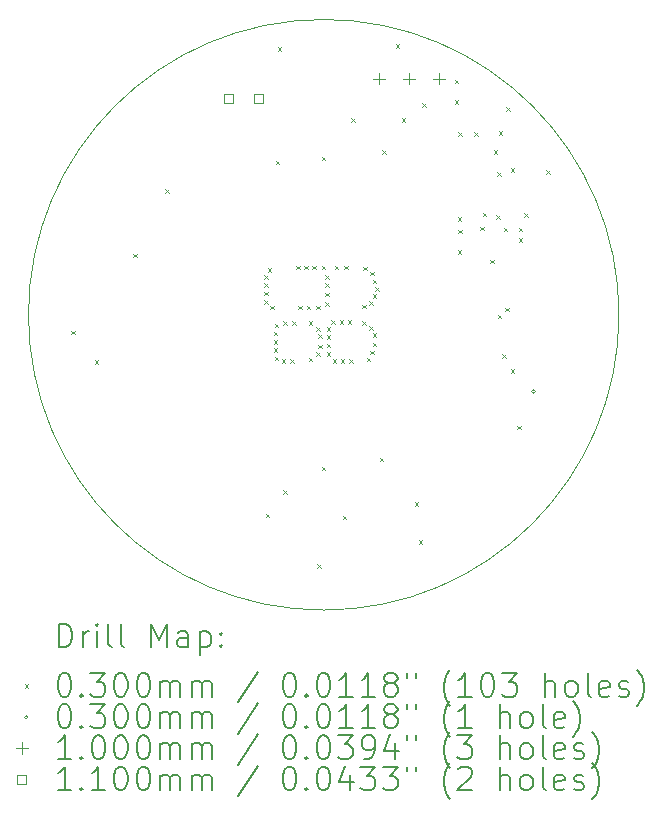
<source format=gbr>
%TF.GenerationSoftware,KiCad,Pcbnew,8.0.1*%
%TF.CreationDate,2025-09-11T03:38:36+04:00*%
%TF.ProjectId,Neopixel_project_v3.0,4e656f70-6978-4656-9c5f-70726f6a6563,v3.0*%
%TF.SameCoordinates,Original*%
%TF.FileFunction,Drillmap*%
%TF.FilePolarity,Positive*%
%FSLAX45Y45*%
G04 Gerber Fmt 4.5, Leading zero omitted, Abs format (unit mm)*
G04 Created by KiCad (PCBNEW 8.0.1) date 2025-09-11 03:38:36*
%MOMM*%
%LPD*%
G01*
G04 APERTURE LIST*
%ADD10C,0.050000*%
%ADD11C,0.200000*%
%ADD12C,0.100000*%
%ADD13C,0.110000*%
G04 APERTURE END LIST*
D10*
X12885000Y-6710000D02*
G75*
G02*
X7885000Y-6710000I-2500000J0D01*
G01*
X7885000Y-6710000D02*
G75*
G02*
X12885000Y-6710000I2500000J0D01*
G01*
D11*
D12*
X8245000Y-6845000D02*
X8275000Y-6875000D01*
X8275000Y-6845000D02*
X8245000Y-6875000D01*
X8445000Y-7095000D02*
X8475000Y-7125000D01*
X8475000Y-7095000D02*
X8445000Y-7125000D01*
X8770000Y-6195000D02*
X8800000Y-6225000D01*
X8800000Y-6195000D02*
X8770000Y-6225000D01*
X9045000Y-5645000D02*
X9075000Y-5675000D01*
X9075000Y-5645000D02*
X9045000Y-5675000D01*
X9880000Y-6375000D02*
X9910000Y-6405000D01*
X9910000Y-6375000D02*
X9880000Y-6405000D01*
X9880000Y-6445000D02*
X9910000Y-6475000D01*
X9910000Y-6445000D02*
X9880000Y-6475000D01*
X9880000Y-6515000D02*
X9910000Y-6545000D01*
X9910000Y-6515000D02*
X9880000Y-6545000D01*
X9880000Y-6585000D02*
X9910000Y-6615000D01*
X9910000Y-6585000D02*
X9880000Y-6615000D01*
X9895000Y-8395000D02*
X9925000Y-8425000D01*
X9925000Y-8395000D02*
X9895000Y-8425000D01*
X9910000Y-6315000D02*
X9940000Y-6345000D01*
X9940000Y-6315000D02*
X9910000Y-6345000D01*
X9930000Y-6635000D02*
X9960000Y-6665000D01*
X9960000Y-6635000D02*
X9930000Y-6665000D01*
X9960000Y-6855000D02*
X9990000Y-6885000D01*
X9990000Y-6855000D02*
X9960000Y-6885000D01*
X9960000Y-6925000D02*
X9990000Y-6955000D01*
X9990000Y-6925000D02*
X9960000Y-6955000D01*
X9960000Y-6995000D02*
X9990000Y-7025000D01*
X9990000Y-6995000D02*
X9960000Y-7025000D01*
X9970000Y-6785000D02*
X10000000Y-6815000D01*
X10000000Y-6785000D02*
X9970000Y-6815000D01*
X9970000Y-7065000D02*
X10000000Y-7095000D01*
X10000000Y-7065000D02*
X9970000Y-7095000D01*
X9980000Y-5405000D02*
X10010000Y-5435000D01*
X10010000Y-5405000D02*
X9980000Y-5435000D01*
X9995000Y-4445000D02*
X10025000Y-4475000D01*
X10025000Y-4445000D02*
X9995000Y-4475000D01*
X10030000Y-7085000D02*
X10060000Y-7115000D01*
X10060000Y-7085000D02*
X10030000Y-7115000D01*
X10040000Y-6765000D02*
X10070000Y-6795000D01*
X10070000Y-6765000D02*
X10040000Y-6795000D01*
X10040000Y-8195000D02*
X10070000Y-8225000D01*
X10070000Y-8195000D02*
X10040000Y-8225000D01*
X10100000Y-7085000D02*
X10130000Y-7115000D01*
X10130000Y-7085000D02*
X10100000Y-7115000D01*
X10120000Y-6765000D02*
X10150000Y-6795000D01*
X10150000Y-6765000D02*
X10120000Y-6795000D01*
X10150000Y-6295000D02*
X10180000Y-6325000D01*
X10180000Y-6295000D02*
X10150000Y-6325000D01*
X10170000Y-6635000D02*
X10200000Y-6665000D01*
X10200000Y-6635000D02*
X10170000Y-6665000D01*
X10220000Y-6295000D02*
X10250000Y-6325000D01*
X10250000Y-6295000D02*
X10220000Y-6325000D01*
X10240000Y-6635000D02*
X10270000Y-6665000D01*
X10270000Y-6635000D02*
X10240000Y-6665000D01*
X10260000Y-6765000D02*
X10290000Y-6795000D01*
X10290000Y-6765000D02*
X10260000Y-6795000D01*
X10260000Y-7075000D02*
X10290000Y-7105000D01*
X10290000Y-7075000D02*
X10260000Y-7105000D01*
X10290000Y-6295000D02*
X10320000Y-6325000D01*
X10320000Y-6295000D02*
X10290000Y-6325000D01*
X10320000Y-6635000D02*
X10350000Y-6665000D01*
X10350000Y-6635000D02*
X10320000Y-6665000D01*
X10320000Y-6815000D02*
X10350000Y-6845000D01*
X10350000Y-6815000D02*
X10320000Y-6845000D01*
X10320000Y-7025000D02*
X10350000Y-7055000D01*
X10350000Y-7025000D02*
X10320000Y-7055000D01*
X10330000Y-8820000D02*
X10360000Y-8850000D01*
X10360000Y-8820000D02*
X10330000Y-8850000D01*
X10340000Y-6875000D02*
X10370000Y-6905000D01*
X10370000Y-6875000D02*
X10340000Y-6905000D01*
X10340000Y-6965000D02*
X10370000Y-6995000D01*
X10370000Y-6965000D02*
X10340000Y-6995000D01*
X10370000Y-5370000D02*
X10400000Y-5400000D01*
X10400000Y-5370000D02*
X10370000Y-5400000D01*
X10370000Y-6295000D02*
X10400000Y-6325000D01*
X10400000Y-6295000D02*
X10370000Y-6325000D01*
X10370000Y-7995000D02*
X10400000Y-8025000D01*
X10400000Y-7995000D02*
X10370000Y-8025000D01*
X10400000Y-6375000D02*
X10430000Y-6405000D01*
X10430000Y-6375000D02*
X10400000Y-6405000D01*
X10400000Y-6445000D02*
X10430000Y-6475000D01*
X10430000Y-6445000D02*
X10400000Y-6475000D01*
X10400000Y-6525000D02*
X10430000Y-6555000D01*
X10430000Y-6525000D02*
X10400000Y-6555000D01*
X10400000Y-6605000D02*
X10430000Y-6635000D01*
X10430000Y-6605000D02*
X10400000Y-6635000D01*
X10410000Y-6815000D02*
X10440000Y-6845000D01*
X10440000Y-6815000D02*
X10410000Y-6845000D01*
X10410000Y-6885000D02*
X10440000Y-6915000D01*
X10440000Y-6885000D02*
X10410000Y-6915000D01*
X10410000Y-6955000D02*
X10440000Y-6985000D01*
X10440000Y-6955000D02*
X10410000Y-6985000D01*
X10410000Y-7025000D02*
X10440000Y-7055000D01*
X10440000Y-7025000D02*
X10410000Y-7055000D01*
X10450000Y-6755000D02*
X10480000Y-6785000D01*
X10480000Y-6755000D02*
X10450000Y-6785000D01*
X10460000Y-7085000D02*
X10490000Y-7115000D01*
X10490000Y-7085000D02*
X10460000Y-7115000D01*
X10480000Y-6295000D02*
X10510000Y-6325000D01*
X10510000Y-6295000D02*
X10480000Y-6325000D01*
X10520000Y-6755000D02*
X10550000Y-6785000D01*
X10550000Y-6755000D02*
X10520000Y-6785000D01*
X10530000Y-7085000D02*
X10560000Y-7115000D01*
X10560000Y-7085000D02*
X10530000Y-7115000D01*
X10545052Y-8413366D02*
X10575052Y-8443366D01*
X10575052Y-8413366D02*
X10545052Y-8443366D01*
X10560000Y-6295000D02*
X10590000Y-6325000D01*
X10590000Y-6295000D02*
X10560000Y-6325000D01*
X10590000Y-6755000D02*
X10620000Y-6785000D01*
X10620000Y-6755000D02*
X10590000Y-6785000D01*
X10600000Y-7085000D02*
X10630000Y-7115000D01*
X10630000Y-7085000D02*
X10600000Y-7115000D01*
X10620000Y-5045000D02*
X10650000Y-5075000D01*
X10650000Y-5045000D02*
X10620000Y-5075000D01*
X10710000Y-6625000D02*
X10740000Y-6655000D01*
X10740000Y-6625000D02*
X10710000Y-6655000D01*
X10710000Y-6765000D02*
X10740000Y-6795000D01*
X10740000Y-6765000D02*
X10710000Y-6795000D01*
X10720000Y-6305000D02*
X10750000Y-6335000D01*
X10750000Y-6305000D02*
X10720000Y-6335000D01*
X10750000Y-7075000D02*
X10780000Y-7105000D01*
X10780000Y-7075000D02*
X10750000Y-7105000D01*
X10770000Y-6595000D02*
X10800000Y-6625000D01*
X10800000Y-6595000D02*
X10770000Y-6625000D01*
X10770000Y-6805000D02*
X10800000Y-6835000D01*
X10800000Y-6805000D02*
X10770000Y-6835000D01*
X10780000Y-6345000D02*
X10810000Y-6375000D01*
X10810000Y-6345000D02*
X10780000Y-6375000D01*
X10780000Y-7015000D02*
X10810000Y-7045000D01*
X10810000Y-7015000D02*
X10780000Y-7045000D01*
X10800000Y-6415000D02*
X10830000Y-6445000D01*
X10830000Y-6415000D02*
X10800000Y-6445000D01*
X10800000Y-6535000D02*
X10830000Y-6565000D01*
X10830000Y-6535000D02*
X10800000Y-6565000D01*
X10800000Y-6865000D02*
X10830000Y-6895000D01*
X10830000Y-6865000D02*
X10800000Y-6895000D01*
X10800000Y-6945000D02*
X10830000Y-6975000D01*
X10830000Y-6945000D02*
X10800000Y-6975000D01*
X10820000Y-6475000D02*
X10850000Y-6505000D01*
X10850000Y-6475000D02*
X10820000Y-6505000D01*
X10859412Y-7921578D02*
X10889412Y-7951578D01*
X10889412Y-7921578D02*
X10859412Y-7951578D01*
X10880000Y-5315000D02*
X10910000Y-5345000D01*
X10910000Y-5315000D02*
X10880000Y-5345000D01*
X10995000Y-4420000D02*
X11025000Y-4450000D01*
X11025000Y-4420000D02*
X10995000Y-4450000D01*
X11045000Y-5045000D02*
X11075000Y-5075000D01*
X11075000Y-5045000D02*
X11045000Y-5075000D01*
X11156295Y-8297500D02*
X11186295Y-8327500D01*
X11186295Y-8297500D02*
X11156295Y-8327500D01*
X11190000Y-8620000D02*
X11220000Y-8650000D01*
X11220000Y-8620000D02*
X11190000Y-8650000D01*
X11220000Y-4920000D02*
X11250000Y-4950000D01*
X11250000Y-4920000D02*
X11220000Y-4950000D01*
X11495000Y-4720000D02*
X11525000Y-4750000D01*
X11525000Y-4720000D02*
X11495000Y-4750000D01*
X11495000Y-4895000D02*
X11525000Y-4925000D01*
X11525000Y-4895000D02*
X11495000Y-4925000D01*
X11520000Y-5885000D02*
X11550000Y-5915000D01*
X11550000Y-5885000D02*
X11520000Y-5915000D01*
X11520000Y-6165000D02*
X11550000Y-6195000D01*
X11550000Y-6165000D02*
X11520000Y-6195000D01*
X11522500Y-5990715D02*
X11552500Y-6020715D01*
X11552500Y-5990715D02*
X11522500Y-6020715D01*
X11524289Y-5164633D02*
X11554289Y-5194633D01*
X11554289Y-5164633D02*
X11524289Y-5194633D01*
X11660000Y-5164801D02*
X11690000Y-5194801D01*
X11690000Y-5164801D02*
X11660000Y-5194801D01*
X11709436Y-5965000D02*
X11739436Y-5995000D01*
X11739436Y-5965000D02*
X11709436Y-5995000D01*
X11730000Y-5845000D02*
X11760000Y-5875000D01*
X11760000Y-5845000D02*
X11730000Y-5875000D01*
X11795000Y-6245000D02*
X11825000Y-6275000D01*
X11825000Y-6245000D02*
X11795000Y-6275000D01*
X11825431Y-5318819D02*
X11855431Y-5348819D01*
X11855431Y-5318819D02*
X11825431Y-5348819D01*
X11845000Y-5865000D02*
X11875000Y-5895000D01*
X11875000Y-5865000D02*
X11845000Y-5895000D01*
X11855000Y-5505000D02*
X11885000Y-5535000D01*
X11885000Y-5505000D02*
X11855000Y-5535000D01*
X11858779Y-6709011D02*
X11888779Y-6739011D01*
X11888779Y-6709011D02*
X11858779Y-6739011D01*
X11865000Y-5155000D02*
X11895000Y-5185000D01*
X11895000Y-5155000D02*
X11865000Y-5185000D01*
X11895000Y-7045000D02*
X11925000Y-7075000D01*
X11925000Y-7045000D02*
X11895000Y-7075000D01*
X11910000Y-5972130D02*
X11940000Y-6002130D01*
X11940000Y-5972130D02*
X11910000Y-6002130D01*
X11920152Y-6650204D02*
X11950152Y-6680204D01*
X11950152Y-6650204D02*
X11920152Y-6680204D01*
X11930000Y-4955000D02*
X11960000Y-4985000D01*
X11960000Y-4955000D02*
X11930000Y-4985000D01*
X11970000Y-5470000D02*
X12000000Y-5500000D01*
X12000000Y-5470000D02*
X11970000Y-5500000D01*
X11970000Y-7170000D02*
X12000000Y-7200000D01*
X12000000Y-7170000D02*
X11970000Y-7200000D01*
X12025000Y-7650000D02*
X12055000Y-7680000D01*
X12055000Y-7650000D02*
X12025000Y-7680000D01*
X12035000Y-5973251D02*
X12065000Y-6003251D01*
X12065000Y-5973251D02*
X12035000Y-6003251D01*
X12035979Y-6060660D02*
X12065979Y-6090660D01*
X12065979Y-6060660D02*
X12035979Y-6090660D01*
X12083014Y-5852298D02*
X12113014Y-5882298D01*
X12113014Y-5852298D02*
X12083014Y-5882298D01*
X12270533Y-5485533D02*
X12300533Y-5515533D01*
X12300533Y-5485533D02*
X12270533Y-5515533D01*
X12175000Y-7360000D02*
G75*
G02*
X12145000Y-7360000I-15000J0D01*
G01*
X12145000Y-7360000D02*
G75*
G02*
X12175000Y-7360000I15000J0D01*
G01*
X10854500Y-4660000D02*
X10854500Y-4760000D01*
X10804500Y-4710000D02*
X10904500Y-4710000D01*
X11108500Y-4660000D02*
X11108500Y-4760000D01*
X11058500Y-4710000D02*
X11158500Y-4710000D01*
X11362500Y-4660000D02*
X11362500Y-4760000D01*
X11312500Y-4710000D02*
X11412500Y-4710000D01*
D13*
X9619891Y-4918891D02*
X9619891Y-4841109D01*
X9542109Y-4841109D01*
X9542109Y-4918891D01*
X9619891Y-4918891D01*
X9873891Y-4918891D02*
X9873891Y-4841109D01*
X9796109Y-4841109D01*
X9796109Y-4918891D01*
X9873891Y-4918891D01*
D11*
X8143277Y-9523984D02*
X8143277Y-9323984D01*
X8143277Y-9323984D02*
X8190896Y-9323984D01*
X8190896Y-9323984D02*
X8219467Y-9333508D01*
X8219467Y-9333508D02*
X8238515Y-9352555D01*
X8238515Y-9352555D02*
X8248039Y-9371603D01*
X8248039Y-9371603D02*
X8257562Y-9409698D01*
X8257562Y-9409698D02*
X8257562Y-9438270D01*
X8257562Y-9438270D02*
X8248039Y-9476365D01*
X8248039Y-9476365D02*
X8238515Y-9495412D01*
X8238515Y-9495412D02*
X8219467Y-9514460D01*
X8219467Y-9514460D02*
X8190896Y-9523984D01*
X8190896Y-9523984D02*
X8143277Y-9523984D01*
X8343277Y-9523984D02*
X8343277Y-9390650D01*
X8343277Y-9428746D02*
X8352801Y-9409698D01*
X8352801Y-9409698D02*
X8362324Y-9400174D01*
X8362324Y-9400174D02*
X8381372Y-9390650D01*
X8381372Y-9390650D02*
X8400420Y-9390650D01*
X8467086Y-9523984D02*
X8467086Y-9390650D01*
X8467086Y-9323984D02*
X8457563Y-9333508D01*
X8457563Y-9333508D02*
X8467086Y-9343031D01*
X8467086Y-9343031D02*
X8476610Y-9333508D01*
X8476610Y-9333508D02*
X8467086Y-9323984D01*
X8467086Y-9323984D02*
X8467086Y-9343031D01*
X8590896Y-9523984D02*
X8571848Y-9514460D01*
X8571848Y-9514460D02*
X8562324Y-9495412D01*
X8562324Y-9495412D02*
X8562324Y-9323984D01*
X8695658Y-9523984D02*
X8676610Y-9514460D01*
X8676610Y-9514460D02*
X8667086Y-9495412D01*
X8667086Y-9495412D02*
X8667086Y-9323984D01*
X8924229Y-9523984D02*
X8924229Y-9323984D01*
X8924229Y-9323984D02*
X8990896Y-9466841D01*
X8990896Y-9466841D02*
X9057563Y-9323984D01*
X9057563Y-9323984D02*
X9057563Y-9523984D01*
X9238515Y-9523984D02*
X9238515Y-9419222D01*
X9238515Y-9419222D02*
X9228991Y-9400174D01*
X9228991Y-9400174D02*
X9209944Y-9390650D01*
X9209944Y-9390650D02*
X9171848Y-9390650D01*
X9171848Y-9390650D02*
X9152801Y-9400174D01*
X9238515Y-9514460D02*
X9219467Y-9523984D01*
X9219467Y-9523984D02*
X9171848Y-9523984D01*
X9171848Y-9523984D02*
X9152801Y-9514460D01*
X9152801Y-9514460D02*
X9143277Y-9495412D01*
X9143277Y-9495412D02*
X9143277Y-9476365D01*
X9143277Y-9476365D02*
X9152801Y-9457317D01*
X9152801Y-9457317D02*
X9171848Y-9447793D01*
X9171848Y-9447793D02*
X9219467Y-9447793D01*
X9219467Y-9447793D02*
X9238515Y-9438270D01*
X9333753Y-9390650D02*
X9333753Y-9590650D01*
X9333753Y-9400174D02*
X9352801Y-9390650D01*
X9352801Y-9390650D02*
X9390896Y-9390650D01*
X9390896Y-9390650D02*
X9409944Y-9400174D01*
X9409944Y-9400174D02*
X9419467Y-9409698D01*
X9419467Y-9409698D02*
X9428991Y-9428746D01*
X9428991Y-9428746D02*
X9428991Y-9485889D01*
X9428991Y-9485889D02*
X9419467Y-9504936D01*
X9419467Y-9504936D02*
X9409944Y-9514460D01*
X9409944Y-9514460D02*
X9390896Y-9523984D01*
X9390896Y-9523984D02*
X9352801Y-9523984D01*
X9352801Y-9523984D02*
X9333753Y-9514460D01*
X9514705Y-9504936D02*
X9524229Y-9514460D01*
X9524229Y-9514460D02*
X9514705Y-9523984D01*
X9514705Y-9523984D02*
X9505182Y-9514460D01*
X9505182Y-9514460D02*
X9514705Y-9504936D01*
X9514705Y-9504936D02*
X9514705Y-9523984D01*
X9514705Y-9400174D02*
X9524229Y-9409698D01*
X9524229Y-9409698D02*
X9514705Y-9419222D01*
X9514705Y-9419222D02*
X9505182Y-9409698D01*
X9505182Y-9409698D02*
X9514705Y-9400174D01*
X9514705Y-9400174D02*
X9514705Y-9419222D01*
D12*
X7852500Y-9837500D02*
X7882500Y-9867500D01*
X7882500Y-9837500D02*
X7852500Y-9867500D01*
D11*
X8181372Y-9743984D02*
X8200420Y-9743984D01*
X8200420Y-9743984D02*
X8219467Y-9753508D01*
X8219467Y-9753508D02*
X8228991Y-9763031D01*
X8228991Y-9763031D02*
X8238515Y-9782079D01*
X8238515Y-9782079D02*
X8248039Y-9820174D01*
X8248039Y-9820174D02*
X8248039Y-9867793D01*
X8248039Y-9867793D02*
X8238515Y-9905889D01*
X8238515Y-9905889D02*
X8228991Y-9924936D01*
X8228991Y-9924936D02*
X8219467Y-9934460D01*
X8219467Y-9934460D02*
X8200420Y-9943984D01*
X8200420Y-9943984D02*
X8181372Y-9943984D01*
X8181372Y-9943984D02*
X8162324Y-9934460D01*
X8162324Y-9934460D02*
X8152801Y-9924936D01*
X8152801Y-9924936D02*
X8143277Y-9905889D01*
X8143277Y-9905889D02*
X8133753Y-9867793D01*
X8133753Y-9867793D02*
X8133753Y-9820174D01*
X8133753Y-9820174D02*
X8143277Y-9782079D01*
X8143277Y-9782079D02*
X8152801Y-9763031D01*
X8152801Y-9763031D02*
X8162324Y-9753508D01*
X8162324Y-9753508D02*
X8181372Y-9743984D01*
X8333753Y-9924936D02*
X8343277Y-9934460D01*
X8343277Y-9934460D02*
X8333753Y-9943984D01*
X8333753Y-9943984D02*
X8324229Y-9934460D01*
X8324229Y-9934460D02*
X8333753Y-9924936D01*
X8333753Y-9924936D02*
X8333753Y-9943984D01*
X8409944Y-9743984D02*
X8533753Y-9743984D01*
X8533753Y-9743984D02*
X8467086Y-9820174D01*
X8467086Y-9820174D02*
X8495658Y-9820174D01*
X8495658Y-9820174D02*
X8514705Y-9829698D01*
X8514705Y-9829698D02*
X8524229Y-9839222D01*
X8524229Y-9839222D02*
X8533753Y-9858270D01*
X8533753Y-9858270D02*
X8533753Y-9905889D01*
X8533753Y-9905889D02*
X8524229Y-9924936D01*
X8524229Y-9924936D02*
X8514705Y-9934460D01*
X8514705Y-9934460D02*
X8495658Y-9943984D01*
X8495658Y-9943984D02*
X8438515Y-9943984D01*
X8438515Y-9943984D02*
X8419467Y-9934460D01*
X8419467Y-9934460D02*
X8409944Y-9924936D01*
X8657563Y-9743984D02*
X8676610Y-9743984D01*
X8676610Y-9743984D02*
X8695658Y-9753508D01*
X8695658Y-9753508D02*
X8705182Y-9763031D01*
X8705182Y-9763031D02*
X8714705Y-9782079D01*
X8714705Y-9782079D02*
X8724229Y-9820174D01*
X8724229Y-9820174D02*
X8724229Y-9867793D01*
X8724229Y-9867793D02*
X8714705Y-9905889D01*
X8714705Y-9905889D02*
X8705182Y-9924936D01*
X8705182Y-9924936D02*
X8695658Y-9934460D01*
X8695658Y-9934460D02*
X8676610Y-9943984D01*
X8676610Y-9943984D02*
X8657563Y-9943984D01*
X8657563Y-9943984D02*
X8638515Y-9934460D01*
X8638515Y-9934460D02*
X8628991Y-9924936D01*
X8628991Y-9924936D02*
X8619467Y-9905889D01*
X8619467Y-9905889D02*
X8609944Y-9867793D01*
X8609944Y-9867793D02*
X8609944Y-9820174D01*
X8609944Y-9820174D02*
X8619467Y-9782079D01*
X8619467Y-9782079D02*
X8628991Y-9763031D01*
X8628991Y-9763031D02*
X8638515Y-9753508D01*
X8638515Y-9753508D02*
X8657563Y-9743984D01*
X8848039Y-9743984D02*
X8867086Y-9743984D01*
X8867086Y-9743984D02*
X8886134Y-9753508D01*
X8886134Y-9753508D02*
X8895658Y-9763031D01*
X8895658Y-9763031D02*
X8905182Y-9782079D01*
X8905182Y-9782079D02*
X8914705Y-9820174D01*
X8914705Y-9820174D02*
X8914705Y-9867793D01*
X8914705Y-9867793D02*
X8905182Y-9905889D01*
X8905182Y-9905889D02*
X8895658Y-9924936D01*
X8895658Y-9924936D02*
X8886134Y-9934460D01*
X8886134Y-9934460D02*
X8867086Y-9943984D01*
X8867086Y-9943984D02*
X8848039Y-9943984D01*
X8848039Y-9943984D02*
X8828991Y-9934460D01*
X8828991Y-9934460D02*
X8819467Y-9924936D01*
X8819467Y-9924936D02*
X8809944Y-9905889D01*
X8809944Y-9905889D02*
X8800420Y-9867793D01*
X8800420Y-9867793D02*
X8800420Y-9820174D01*
X8800420Y-9820174D02*
X8809944Y-9782079D01*
X8809944Y-9782079D02*
X8819467Y-9763031D01*
X8819467Y-9763031D02*
X8828991Y-9753508D01*
X8828991Y-9753508D02*
X8848039Y-9743984D01*
X9000420Y-9943984D02*
X9000420Y-9810650D01*
X9000420Y-9829698D02*
X9009944Y-9820174D01*
X9009944Y-9820174D02*
X9028991Y-9810650D01*
X9028991Y-9810650D02*
X9057563Y-9810650D01*
X9057563Y-9810650D02*
X9076610Y-9820174D01*
X9076610Y-9820174D02*
X9086134Y-9839222D01*
X9086134Y-9839222D02*
X9086134Y-9943984D01*
X9086134Y-9839222D02*
X9095658Y-9820174D01*
X9095658Y-9820174D02*
X9114705Y-9810650D01*
X9114705Y-9810650D02*
X9143277Y-9810650D01*
X9143277Y-9810650D02*
X9162325Y-9820174D01*
X9162325Y-9820174D02*
X9171848Y-9839222D01*
X9171848Y-9839222D02*
X9171848Y-9943984D01*
X9267086Y-9943984D02*
X9267086Y-9810650D01*
X9267086Y-9829698D02*
X9276610Y-9820174D01*
X9276610Y-9820174D02*
X9295658Y-9810650D01*
X9295658Y-9810650D02*
X9324229Y-9810650D01*
X9324229Y-9810650D02*
X9343277Y-9820174D01*
X9343277Y-9820174D02*
X9352801Y-9839222D01*
X9352801Y-9839222D02*
X9352801Y-9943984D01*
X9352801Y-9839222D02*
X9362325Y-9820174D01*
X9362325Y-9820174D02*
X9381372Y-9810650D01*
X9381372Y-9810650D02*
X9409944Y-9810650D01*
X9409944Y-9810650D02*
X9428991Y-9820174D01*
X9428991Y-9820174D02*
X9438515Y-9839222D01*
X9438515Y-9839222D02*
X9438515Y-9943984D01*
X9828991Y-9734460D02*
X9657563Y-9991603D01*
X10086134Y-9743984D02*
X10105182Y-9743984D01*
X10105182Y-9743984D02*
X10124229Y-9753508D01*
X10124229Y-9753508D02*
X10133753Y-9763031D01*
X10133753Y-9763031D02*
X10143277Y-9782079D01*
X10143277Y-9782079D02*
X10152801Y-9820174D01*
X10152801Y-9820174D02*
X10152801Y-9867793D01*
X10152801Y-9867793D02*
X10143277Y-9905889D01*
X10143277Y-9905889D02*
X10133753Y-9924936D01*
X10133753Y-9924936D02*
X10124229Y-9934460D01*
X10124229Y-9934460D02*
X10105182Y-9943984D01*
X10105182Y-9943984D02*
X10086134Y-9943984D01*
X10086134Y-9943984D02*
X10067087Y-9934460D01*
X10067087Y-9934460D02*
X10057563Y-9924936D01*
X10057563Y-9924936D02*
X10048039Y-9905889D01*
X10048039Y-9905889D02*
X10038515Y-9867793D01*
X10038515Y-9867793D02*
X10038515Y-9820174D01*
X10038515Y-9820174D02*
X10048039Y-9782079D01*
X10048039Y-9782079D02*
X10057563Y-9763031D01*
X10057563Y-9763031D02*
X10067087Y-9753508D01*
X10067087Y-9753508D02*
X10086134Y-9743984D01*
X10238515Y-9924936D02*
X10248039Y-9934460D01*
X10248039Y-9934460D02*
X10238515Y-9943984D01*
X10238515Y-9943984D02*
X10228991Y-9934460D01*
X10228991Y-9934460D02*
X10238515Y-9924936D01*
X10238515Y-9924936D02*
X10238515Y-9943984D01*
X10371848Y-9743984D02*
X10390896Y-9743984D01*
X10390896Y-9743984D02*
X10409944Y-9753508D01*
X10409944Y-9753508D02*
X10419468Y-9763031D01*
X10419468Y-9763031D02*
X10428991Y-9782079D01*
X10428991Y-9782079D02*
X10438515Y-9820174D01*
X10438515Y-9820174D02*
X10438515Y-9867793D01*
X10438515Y-9867793D02*
X10428991Y-9905889D01*
X10428991Y-9905889D02*
X10419468Y-9924936D01*
X10419468Y-9924936D02*
X10409944Y-9934460D01*
X10409944Y-9934460D02*
X10390896Y-9943984D01*
X10390896Y-9943984D02*
X10371848Y-9943984D01*
X10371848Y-9943984D02*
X10352801Y-9934460D01*
X10352801Y-9934460D02*
X10343277Y-9924936D01*
X10343277Y-9924936D02*
X10333753Y-9905889D01*
X10333753Y-9905889D02*
X10324229Y-9867793D01*
X10324229Y-9867793D02*
X10324229Y-9820174D01*
X10324229Y-9820174D02*
X10333753Y-9782079D01*
X10333753Y-9782079D02*
X10343277Y-9763031D01*
X10343277Y-9763031D02*
X10352801Y-9753508D01*
X10352801Y-9753508D02*
X10371848Y-9743984D01*
X10628991Y-9943984D02*
X10514706Y-9943984D01*
X10571848Y-9943984D02*
X10571848Y-9743984D01*
X10571848Y-9743984D02*
X10552801Y-9772555D01*
X10552801Y-9772555D02*
X10533753Y-9791603D01*
X10533753Y-9791603D02*
X10514706Y-9801127D01*
X10819468Y-9943984D02*
X10705182Y-9943984D01*
X10762325Y-9943984D02*
X10762325Y-9743984D01*
X10762325Y-9743984D02*
X10743277Y-9772555D01*
X10743277Y-9772555D02*
X10724229Y-9791603D01*
X10724229Y-9791603D02*
X10705182Y-9801127D01*
X10933753Y-9829698D02*
X10914706Y-9820174D01*
X10914706Y-9820174D02*
X10905182Y-9810650D01*
X10905182Y-9810650D02*
X10895658Y-9791603D01*
X10895658Y-9791603D02*
X10895658Y-9782079D01*
X10895658Y-9782079D02*
X10905182Y-9763031D01*
X10905182Y-9763031D02*
X10914706Y-9753508D01*
X10914706Y-9753508D02*
X10933753Y-9743984D01*
X10933753Y-9743984D02*
X10971849Y-9743984D01*
X10971849Y-9743984D02*
X10990896Y-9753508D01*
X10990896Y-9753508D02*
X11000420Y-9763031D01*
X11000420Y-9763031D02*
X11009944Y-9782079D01*
X11009944Y-9782079D02*
X11009944Y-9791603D01*
X11009944Y-9791603D02*
X11000420Y-9810650D01*
X11000420Y-9810650D02*
X10990896Y-9820174D01*
X10990896Y-9820174D02*
X10971849Y-9829698D01*
X10971849Y-9829698D02*
X10933753Y-9829698D01*
X10933753Y-9829698D02*
X10914706Y-9839222D01*
X10914706Y-9839222D02*
X10905182Y-9848746D01*
X10905182Y-9848746D02*
X10895658Y-9867793D01*
X10895658Y-9867793D02*
X10895658Y-9905889D01*
X10895658Y-9905889D02*
X10905182Y-9924936D01*
X10905182Y-9924936D02*
X10914706Y-9934460D01*
X10914706Y-9934460D02*
X10933753Y-9943984D01*
X10933753Y-9943984D02*
X10971849Y-9943984D01*
X10971849Y-9943984D02*
X10990896Y-9934460D01*
X10990896Y-9934460D02*
X11000420Y-9924936D01*
X11000420Y-9924936D02*
X11009944Y-9905889D01*
X11009944Y-9905889D02*
X11009944Y-9867793D01*
X11009944Y-9867793D02*
X11000420Y-9848746D01*
X11000420Y-9848746D02*
X10990896Y-9839222D01*
X10990896Y-9839222D02*
X10971849Y-9829698D01*
X11086134Y-9743984D02*
X11086134Y-9782079D01*
X11162325Y-9743984D02*
X11162325Y-9782079D01*
X11457563Y-10020174D02*
X11448039Y-10010650D01*
X11448039Y-10010650D02*
X11428991Y-9982079D01*
X11428991Y-9982079D02*
X11419468Y-9963031D01*
X11419468Y-9963031D02*
X11409944Y-9934460D01*
X11409944Y-9934460D02*
X11400420Y-9886841D01*
X11400420Y-9886841D02*
X11400420Y-9848746D01*
X11400420Y-9848746D02*
X11409944Y-9801127D01*
X11409944Y-9801127D02*
X11419468Y-9772555D01*
X11419468Y-9772555D02*
X11428991Y-9753508D01*
X11428991Y-9753508D02*
X11448039Y-9724936D01*
X11448039Y-9724936D02*
X11457563Y-9715412D01*
X11638515Y-9943984D02*
X11524229Y-9943984D01*
X11581372Y-9943984D02*
X11581372Y-9743984D01*
X11581372Y-9743984D02*
X11562325Y-9772555D01*
X11562325Y-9772555D02*
X11543277Y-9791603D01*
X11543277Y-9791603D02*
X11524229Y-9801127D01*
X11762325Y-9743984D02*
X11781372Y-9743984D01*
X11781372Y-9743984D02*
X11800420Y-9753508D01*
X11800420Y-9753508D02*
X11809944Y-9763031D01*
X11809944Y-9763031D02*
X11819468Y-9782079D01*
X11819468Y-9782079D02*
X11828991Y-9820174D01*
X11828991Y-9820174D02*
X11828991Y-9867793D01*
X11828991Y-9867793D02*
X11819468Y-9905889D01*
X11819468Y-9905889D02*
X11809944Y-9924936D01*
X11809944Y-9924936D02*
X11800420Y-9934460D01*
X11800420Y-9934460D02*
X11781372Y-9943984D01*
X11781372Y-9943984D02*
X11762325Y-9943984D01*
X11762325Y-9943984D02*
X11743277Y-9934460D01*
X11743277Y-9934460D02*
X11733753Y-9924936D01*
X11733753Y-9924936D02*
X11724229Y-9905889D01*
X11724229Y-9905889D02*
X11714706Y-9867793D01*
X11714706Y-9867793D02*
X11714706Y-9820174D01*
X11714706Y-9820174D02*
X11724229Y-9782079D01*
X11724229Y-9782079D02*
X11733753Y-9763031D01*
X11733753Y-9763031D02*
X11743277Y-9753508D01*
X11743277Y-9753508D02*
X11762325Y-9743984D01*
X11895658Y-9743984D02*
X12019468Y-9743984D01*
X12019468Y-9743984D02*
X11952801Y-9820174D01*
X11952801Y-9820174D02*
X11981372Y-9820174D01*
X11981372Y-9820174D02*
X12000420Y-9829698D01*
X12000420Y-9829698D02*
X12009944Y-9839222D01*
X12009944Y-9839222D02*
X12019468Y-9858270D01*
X12019468Y-9858270D02*
X12019468Y-9905889D01*
X12019468Y-9905889D02*
X12009944Y-9924936D01*
X12009944Y-9924936D02*
X12000420Y-9934460D01*
X12000420Y-9934460D02*
X11981372Y-9943984D01*
X11981372Y-9943984D02*
X11924229Y-9943984D01*
X11924229Y-9943984D02*
X11905182Y-9934460D01*
X11905182Y-9934460D02*
X11895658Y-9924936D01*
X12257563Y-9943984D02*
X12257563Y-9743984D01*
X12343277Y-9943984D02*
X12343277Y-9839222D01*
X12343277Y-9839222D02*
X12333753Y-9820174D01*
X12333753Y-9820174D02*
X12314706Y-9810650D01*
X12314706Y-9810650D02*
X12286134Y-9810650D01*
X12286134Y-9810650D02*
X12267087Y-9820174D01*
X12267087Y-9820174D02*
X12257563Y-9829698D01*
X12467087Y-9943984D02*
X12448039Y-9934460D01*
X12448039Y-9934460D02*
X12438515Y-9924936D01*
X12438515Y-9924936D02*
X12428991Y-9905889D01*
X12428991Y-9905889D02*
X12428991Y-9848746D01*
X12428991Y-9848746D02*
X12438515Y-9829698D01*
X12438515Y-9829698D02*
X12448039Y-9820174D01*
X12448039Y-9820174D02*
X12467087Y-9810650D01*
X12467087Y-9810650D02*
X12495658Y-9810650D01*
X12495658Y-9810650D02*
X12514706Y-9820174D01*
X12514706Y-9820174D02*
X12524230Y-9829698D01*
X12524230Y-9829698D02*
X12533753Y-9848746D01*
X12533753Y-9848746D02*
X12533753Y-9905889D01*
X12533753Y-9905889D02*
X12524230Y-9924936D01*
X12524230Y-9924936D02*
X12514706Y-9934460D01*
X12514706Y-9934460D02*
X12495658Y-9943984D01*
X12495658Y-9943984D02*
X12467087Y-9943984D01*
X12648039Y-9943984D02*
X12628991Y-9934460D01*
X12628991Y-9934460D02*
X12619468Y-9915412D01*
X12619468Y-9915412D02*
X12619468Y-9743984D01*
X12800420Y-9934460D02*
X12781372Y-9943984D01*
X12781372Y-9943984D02*
X12743277Y-9943984D01*
X12743277Y-9943984D02*
X12724230Y-9934460D01*
X12724230Y-9934460D02*
X12714706Y-9915412D01*
X12714706Y-9915412D02*
X12714706Y-9839222D01*
X12714706Y-9839222D02*
X12724230Y-9820174D01*
X12724230Y-9820174D02*
X12743277Y-9810650D01*
X12743277Y-9810650D02*
X12781372Y-9810650D01*
X12781372Y-9810650D02*
X12800420Y-9820174D01*
X12800420Y-9820174D02*
X12809944Y-9839222D01*
X12809944Y-9839222D02*
X12809944Y-9858270D01*
X12809944Y-9858270D02*
X12714706Y-9877317D01*
X12886134Y-9934460D02*
X12905182Y-9943984D01*
X12905182Y-9943984D02*
X12943277Y-9943984D01*
X12943277Y-9943984D02*
X12962325Y-9934460D01*
X12962325Y-9934460D02*
X12971849Y-9915412D01*
X12971849Y-9915412D02*
X12971849Y-9905889D01*
X12971849Y-9905889D02*
X12962325Y-9886841D01*
X12962325Y-9886841D02*
X12943277Y-9877317D01*
X12943277Y-9877317D02*
X12914706Y-9877317D01*
X12914706Y-9877317D02*
X12895658Y-9867793D01*
X12895658Y-9867793D02*
X12886134Y-9848746D01*
X12886134Y-9848746D02*
X12886134Y-9839222D01*
X12886134Y-9839222D02*
X12895658Y-9820174D01*
X12895658Y-9820174D02*
X12914706Y-9810650D01*
X12914706Y-9810650D02*
X12943277Y-9810650D01*
X12943277Y-9810650D02*
X12962325Y-9820174D01*
X13038515Y-10020174D02*
X13048039Y-10010650D01*
X13048039Y-10010650D02*
X13067087Y-9982079D01*
X13067087Y-9982079D02*
X13076611Y-9963031D01*
X13076611Y-9963031D02*
X13086134Y-9934460D01*
X13086134Y-9934460D02*
X13095658Y-9886841D01*
X13095658Y-9886841D02*
X13095658Y-9848746D01*
X13095658Y-9848746D02*
X13086134Y-9801127D01*
X13086134Y-9801127D02*
X13076611Y-9772555D01*
X13076611Y-9772555D02*
X13067087Y-9753508D01*
X13067087Y-9753508D02*
X13048039Y-9724936D01*
X13048039Y-9724936D02*
X13038515Y-9715412D01*
D12*
X7882500Y-10116500D02*
G75*
G02*
X7852500Y-10116500I-15000J0D01*
G01*
X7852500Y-10116500D02*
G75*
G02*
X7882500Y-10116500I15000J0D01*
G01*
D11*
X8181372Y-10007984D02*
X8200420Y-10007984D01*
X8200420Y-10007984D02*
X8219467Y-10017508D01*
X8219467Y-10017508D02*
X8228991Y-10027031D01*
X8228991Y-10027031D02*
X8238515Y-10046079D01*
X8238515Y-10046079D02*
X8248039Y-10084174D01*
X8248039Y-10084174D02*
X8248039Y-10131793D01*
X8248039Y-10131793D02*
X8238515Y-10169889D01*
X8238515Y-10169889D02*
X8228991Y-10188936D01*
X8228991Y-10188936D02*
X8219467Y-10198460D01*
X8219467Y-10198460D02*
X8200420Y-10207984D01*
X8200420Y-10207984D02*
X8181372Y-10207984D01*
X8181372Y-10207984D02*
X8162324Y-10198460D01*
X8162324Y-10198460D02*
X8152801Y-10188936D01*
X8152801Y-10188936D02*
X8143277Y-10169889D01*
X8143277Y-10169889D02*
X8133753Y-10131793D01*
X8133753Y-10131793D02*
X8133753Y-10084174D01*
X8133753Y-10084174D02*
X8143277Y-10046079D01*
X8143277Y-10046079D02*
X8152801Y-10027031D01*
X8152801Y-10027031D02*
X8162324Y-10017508D01*
X8162324Y-10017508D02*
X8181372Y-10007984D01*
X8333753Y-10188936D02*
X8343277Y-10198460D01*
X8343277Y-10198460D02*
X8333753Y-10207984D01*
X8333753Y-10207984D02*
X8324229Y-10198460D01*
X8324229Y-10198460D02*
X8333753Y-10188936D01*
X8333753Y-10188936D02*
X8333753Y-10207984D01*
X8409944Y-10007984D02*
X8533753Y-10007984D01*
X8533753Y-10007984D02*
X8467086Y-10084174D01*
X8467086Y-10084174D02*
X8495658Y-10084174D01*
X8495658Y-10084174D02*
X8514705Y-10093698D01*
X8514705Y-10093698D02*
X8524229Y-10103222D01*
X8524229Y-10103222D02*
X8533753Y-10122270D01*
X8533753Y-10122270D02*
X8533753Y-10169889D01*
X8533753Y-10169889D02*
X8524229Y-10188936D01*
X8524229Y-10188936D02*
X8514705Y-10198460D01*
X8514705Y-10198460D02*
X8495658Y-10207984D01*
X8495658Y-10207984D02*
X8438515Y-10207984D01*
X8438515Y-10207984D02*
X8419467Y-10198460D01*
X8419467Y-10198460D02*
X8409944Y-10188936D01*
X8657563Y-10007984D02*
X8676610Y-10007984D01*
X8676610Y-10007984D02*
X8695658Y-10017508D01*
X8695658Y-10017508D02*
X8705182Y-10027031D01*
X8705182Y-10027031D02*
X8714705Y-10046079D01*
X8714705Y-10046079D02*
X8724229Y-10084174D01*
X8724229Y-10084174D02*
X8724229Y-10131793D01*
X8724229Y-10131793D02*
X8714705Y-10169889D01*
X8714705Y-10169889D02*
X8705182Y-10188936D01*
X8705182Y-10188936D02*
X8695658Y-10198460D01*
X8695658Y-10198460D02*
X8676610Y-10207984D01*
X8676610Y-10207984D02*
X8657563Y-10207984D01*
X8657563Y-10207984D02*
X8638515Y-10198460D01*
X8638515Y-10198460D02*
X8628991Y-10188936D01*
X8628991Y-10188936D02*
X8619467Y-10169889D01*
X8619467Y-10169889D02*
X8609944Y-10131793D01*
X8609944Y-10131793D02*
X8609944Y-10084174D01*
X8609944Y-10084174D02*
X8619467Y-10046079D01*
X8619467Y-10046079D02*
X8628991Y-10027031D01*
X8628991Y-10027031D02*
X8638515Y-10017508D01*
X8638515Y-10017508D02*
X8657563Y-10007984D01*
X8848039Y-10007984D02*
X8867086Y-10007984D01*
X8867086Y-10007984D02*
X8886134Y-10017508D01*
X8886134Y-10017508D02*
X8895658Y-10027031D01*
X8895658Y-10027031D02*
X8905182Y-10046079D01*
X8905182Y-10046079D02*
X8914705Y-10084174D01*
X8914705Y-10084174D02*
X8914705Y-10131793D01*
X8914705Y-10131793D02*
X8905182Y-10169889D01*
X8905182Y-10169889D02*
X8895658Y-10188936D01*
X8895658Y-10188936D02*
X8886134Y-10198460D01*
X8886134Y-10198460D02*
X8867086Y-10207984D01*
X8867086Y-10207984D02*
X8848039Y-10207984D01*
X8848039Y-10207984D02*
X8828991Y-10198460D01*
X8828991Y-10198460D02*
X8819467Y-10188936D01*
X8819467Y-10188936D02*
X8809944Y-10169889D01*
X8809944Y-10169889D02*
X8800420Y-10131793D01*
X8800420Y-10131793D02*
X8800420Y-10084174D01*
X8800420Y-10084174D02*
X8809944Y-10046079D01*
X8809944Y-10046079D02*
X8819467Y-10027031D01*
X8819467Y-10027031D02*
X8828991Y-10017508D01*
X8828991Y-10017508D02*
X8848039Y-10007984D01*
X9000420Y-10207984D02*
X9000420Y-10074650D01*
X9000420Y-10093698D02*
X9009944Y-10084174D01*
X9009944Y-10084174D02*
X9028991Y-10074650D01*
X9028991Y-10074650D02*
X9057563Y-10074650D01*
X9057563Y-10074650D02*
X9076610Y-10084174D01*
X9076610Y-10084174D02*
X9086134Y-10103222D01*
X9086134Y-10103222D02*
X9086134Y-10207984D01*
X9086134Y-10103222D02*
X9095658Y-10084174D01*
X9095658Y-10084174D02*
X9114705Y-10074650D01*
X9114705Y-10074650D02*
X9143277Y-10074650D01*
X9143277Y-10074650D02*
X9162325Y-10084174D01*
X9162325Y-10084174D02*
X9171848Y-10103222D01*
X9171848Y-10103222D02*
X9171848Y-10207984D01*
X9267086Y-10207984D02*
X9267086Y-10074650D01*
X9267086Y-10093698D02*
X9276610Y-10084174D01*
X9276610Y-10084174D02*
X9295658Y-10074650D01*
X9295658Y-10074650D02*
X9324229Y-10074650D01*
X9324229Y-10074650D02*
X9343277Y-10084174D01*
X9343277Y-10084174D02*
X9352801Y-10103222D01*
X9352801Y-10103222D02*
X9352801Y-10207984D01*
X9352801Y-10103222D02*
X9362325Y-10084174D01*
X9362325Y-10084174D02*
X9381372Y-10074650D01*
X9381372Y-10074650D02*
X9409944Y-10074650D01*
X9409944Y-10074650D02*
X9428991Y-10084174D01*
X9428991Y-10084174D02*
X9438515Y-10103222D01*
X9438515Y-10103222D02*
X9438515Y-10207984D01*
X9828991Y-9998460D02*
X9657563Y-10255603D01*
X10086134Y-10007984D02*
X10105182Y-10007984D01*
X10105182Y-10007984D02*
X10124229Y-10017508D01*
X10124229Y-10017508D02*
X10133753Y-10027031D01*
X10133753Y-10027031D02*
X10143277Y-10046079D01*
X10143277Y-10046079D02*
X10152801Y-10084174D01*
X10152801Y-10084174D02*
X10152801Y-10131793D01*
X10152801Y-10131793D02*
X10143277Y-10169889D01*
X10143277Y-10169889D02*
X10133753Y-10188936D01*
X10133753Y-10188936D02*
X10124229Y-10198460D01*
X10124229Y-10198460D02*
X10105182Y-10207984D01*
X10105182Y-10207984D02*
X10086134Y-10207984D01*
X10086134Y-10207984D02*
X10067087Y-10198460D01*
X10067087Y-10198460D02*
X10057563Y-10188936D01*
X10057563Y-10188936D02*
X10048039Y-10169889D01*
X10048039Y-10169889D02*
X10038515Y-10131793D01*
X10038515Y-10131793D02*
X10038515Y-10084174D01*
X10038515Y-10084174D02*
X10048039Y-10046079D01*
X10048039Y-10046079D02*
X10057563Y-10027031D01*
X10057563Y-10027031D02*
X10067087Y-10017508D01*
X10067087Y-10017508D02*
X10086134Y-10007984D01*
X10238515Y-10188936D02*
X10248039Y-10198460D01*
X10248039Y-10198460D02*
X10238515Y-10207984D01*
X10238515Y-10207984D02*
X10228991Y-10198460D01*
X10228991Y-10198460D02*
X10238515Y-10188936D01*
X10238515Y-10188936D02*
X10238515Y-10207984D01*
X10371848Y-10007984D02*
X10390896Y-10007984D01*
X10390896Y-10007984D02*
X10409944Y-10017508D01*
X10409944Y-10017508D02*
X10419468Y-10027031D01*
X10419468Y-10027031D02*
X10428991Y-10046079D01*
X10428991Y-10046079D02*
X10438515Y-10084174D01*
X10438515Y-10084174D02*
X10438515Y-10131793D01*
X10438515Y-10131793D02*
X10428991Y-10169889D01*
X10428991Y-10169889D02*
X10419468Y-10188936D01*
X10419468Y-10188936D02*
X10409944Y-10198460D01*
X10409944Y-10198460D02*
X10390896Y-10207984D01*
X10390896Y-10207984D02*
X10371848Y-10207984D01*
X10371848Y-10207984D02*
X10352801Y-10198460D01*
X10352801Y-10198460D02*
X10343277Y-10188936D01*
X10343277Y-10188936D02*
X10333753Y-10169889D01*
X10333753Y-10169889D02*
X10324229Y-10131793D01*
X10324229Y-10131793D02*
X10324229Y-10084174D01*
X10324229Y-10084174D02*
X10333753Y-10046079D01*
X10333753Y-10046079D02*
X10343277Y-10027031D01*
X10343277Y-10027031D02*
X10352801Y-10017508D01*
X10352801Y-10017508D02*
X10371848Y-10007984D01*
X10628991Y-10207984D02*
X10514706Y-10207984D01*
X10571848Y-10207984D02*
X10571848Y-10007984D01*
X10571848Y-10007984D02*
X10552801Y-10036555D01*
X10552801Y-10036555D02*
X10533753Y-10055603D01*
X10533753Y-10055603D02*
X10514706Y-10065127D01*
X10819468Y-10207984D02*
X10705182Y-10207984D01*
X10762325Y-10207984D02*
X10762325Y-10007984D01*
X10762325Y-10007984D02*
X10743277Y-10036555D01*
X10743277Y-10036555D02*
X10724229Y-10055603D01*
X10724229Y-10055603D02*
X10705182Y-10065127D01*
X10933753Y-10093698D02*
X10914706Y-10084174D01*
X10914706Y-10084174D02*
X10905182Y-10074650D01*
X10905182Y-10074650D02*
X10895658Y-10055603D01*
X10895658Y-10055603D02*
X10895658Y-10046079D01*
X10895658Y-10046079D02*
X10905182Y-10027031D01*
X10905182Y-10027031D02*
X10914706Y-10017508D01*
X10914706Y-10017508D02*
X10933753Y-10007984D01*
X10933753Y-10007984D02*
X10971849Y-10007984D01*
X10971849Y-10007984D02*
X10990896Y-10017508D01*
X10990896Y-10017508D02*
X11000420Y-10027031D01*
X11000420Y-10027031D02*
X11009944Y-10046079D01*
X11009944Y-10046079D02*
X11009944Y-10055603D01*
X11009944Y-10055603D02*
X11000420Y-10074650D01*
X11000420Y-10074650D02*
X10990896Y-10084174D01*
X10990896Y-10084174D02*
X10971849Y-10093698D01*
X10971849Y-10093698D02*
X10933753Y-10093698D01*
X10933753Y-10093698D02*
X10914706Y-10103222D01*
X10914706Y-10103222D02*
X10905182Y-10112746D01*
X10905182Y-10112746D02*
X10895658Y-10131793D01*
X10895658Y-10131793D02*
X10895658Y-10169889D01*
X10895658Y-10169889D02*
X10905182Y-10188936D01*
X10905182Y-10188936D02*
X10914706Y-10198460D01*
X10914706Y-10198460D02*
X10933753Y-10207984D01*
X10933753Y-10207984D02*
X10971849Y-10207984D01*
X10971849Y-10207984D02*
X10990896Y-10198460D01*
X10990896Y-10198460D02*
X11000420Y-10188936D01*
X11000420Y-10188936D02*
X11009944Y-10169889D01*
X11009944Y-10169889D02*
X11009944Y-10131793D01*
X11009944Y-10131793D02*
X11000420Y-10112746D01*
X11000420Y-10112746D02*
X10990896Y-10103222D01*
X10990896Y-10103222D02*
X10971849Y-10093698D01*
X11086134Y-10007984D02*
X11086134Y-10046079D01*
X11162325Y-10007984D02*
X11162325Y-10046079D01*
X11457563Y-10284174D02*
X11448039Y-10274650D01*
X11448039Y-10274650D02*
X11428991Y-10246079D01*
X11428991Y-10246079D02*
X11419468Y-10227031D01*
X11419468Y-10227031D02*
X11409944Y-10198460D01*
X11409944Y-10198460D02*
X11400420Y-10150841D01*
X11400420Y-10150841D02*
X11400420Y-10112746D01*
X11400420Y-10112746D02*
X11409944Y-10065127D01*
X11409944Y-10065127D02*
X11419468Y-10036555D01*
X11419468Y-10036555D02*
X11428991Y-10017508D01*
X11428991Y-10017508D02*
X11448039Y-9988936D01*
X11448039Y-9988936D02*
X11457563Y-9979412D01*
X11638515Y-10207984D02*
X11524229Y-10207984D01*
X11581372Y-10207984D02*
X11581372Y-10007984D01*
X11581372Y-10007984D02*
X11562325Y-10036555D01*
X11562325Y-10036555D02*
X11543277Y-10055603D01*
X11543277Y-10055603D02*
X11524229Y-10065127D01*
X11876610Y-10207984D02*
X11876610Y-10007984D01*
X11962325Y-10207984D02*
X11962325Y-10103222D01*
X11962325Y-10103222D02*
X11952801Y-10084174D01*
X11952801Y-10084174D02*
X11933753Y-10074650D01*
X11933753Y-10074650D02*
X11905182Y-10074650D01*
X11905182Y-10074650D02*
X11886134Y-10084174D01*
X11886134Y-10084174D02*
X11876610Y-10093698D01*
X12086134Y-10207984D02*
X12067087Y-10198460D01*
X12067087Y-10198460D02*
X12057563Y-10188936D01*
X12057563Y-10188936D02*
X12048039Y-10169889D01*
X12048039Y-10169889D02*
X12048039Y-10112746D01*
X12048039Y-10112746D02*
X12057563Y-10093698D01*
X12057563Y-10093698D02*
X12067087Y-10084174D01*
X12067087Y-10084174D02*
X12086134Y-10074650D01*
X12086134Y-10074650D02*
X12114706Y-10074650D01*
X12114706Y-10074650D02*
X12133753Y-10084174D01*
X12133753Y-10084174D02*
X12143277Y-10093698D01*
X12143277Y-10093698D02*
X12152801Y-10112746D01*
X12152801Y-10112746D02*
X12152801Y-10169889D01*
X12152801Y-10169889D02*
X12143277Y-10188936D01*
X12143277Y-10188936D02*
X12133753Y-10198460D01*
X12133753Y-10198460D02*
X12114706Y-10207984D01*
X12114706Y-10207984D02*
X12086134Y-10207984D01*
X12267087Y-10207984D02*
X12248039Y-10198460D01*
X12248039Y-10198460D02*
X12238515Y-10179412D01*
X12238515Y-10179412D02*
X12238515Y-10007984D01*
X12419468Y-10198460D02*
X12400420Y-10207984D01*
X12400420Y-10207984D02*
X12362325Y-10207984D01*
X12362325Y-10207984D02*
X12343277Y-10198460D01*
X12343277Y-10198460D02*
X12333753Y-10179412D01*
X12333753Y-10179412D02*
X12333753Y-10103222D01*
X12333753Y-10103222D02*
X12343277Y-10084174D01*
X12343277Y-10084174D02*
X12362325Y-10074650D01*
X12362325Y-10074650D02*
X12400420Y-10074650D01*
X12400420Y-10074650D02*
X12419468Y-10084174D01*
X12419468Y-10084174D02*
X12428991Y-10103222D01*
X12428991Y-10103222D02*
X12428991Y-10122270D01*
X12428991Y-10122270D02*
X12333753Y-10141317D01*
X12495658Y-10284174D02*
X12505182Y-10274650D01*
X12505182Y-10274650D02*
X12524230Y-10246079D01*
X12524230Y-10246079D02*
X12533753Y-10227031D01*
X12533753Y-10227031D02*
X12543277Y-10198460D01*
X12543277Y-10198460D02*
X12552801Y-10150841D01*
X12552801Y-10150841D02*
X12552801Y-10112746D01*
X12552801Y-10112746D02*
X12543277Y-10065127D01*
X12543277Y-10065127D02*
X12533753Y-10036555D01*
X12533753Y-10036555D02*
X12524230Y-10017508D01*
X12524230Y-10017508D02*
X12505182Y-9988936D01*
X12505182Y-9988936D02*
X12495658Y-9979412D01*
D12*
X7832500Y-10330500D02*
X7832500Y-10430500D01*
X7782500Y-10380500D02*
X7882500Y-10380500D01*
D11*
X8248039Y-10471984D02*
X8133753Y-10471984D01*
X8190896Y-10471984D02*
X8190896Y-10271984D01*
X8190896Y-10271984D02*
X8171848Y-10300555D01*
X8171848Y-10300555D02*
X8152801Y-10319603D01*
X8152801Y-10319603D02*
X8133753Y-10329127D01*
X8333753Y-10452936D02*
X8343277Y-10462460D01*
X8343277Y-10462460D02*
X8333753Y-10471984D01*
X8333753Y-10471984D02*
X8324229Y-10462460D01*
X8324229Y-10462460D02*
X8333753Y-10452936D01*
X8333753Y-10452936D02*
X8333753Y-10471984D01*
X8467086Y-10271984D02*
X8486134Y-10271984D01*
X8486134Y-10271984D02*
X8505182Y-10281508D01*
X8505182Y-10281508D02*
X8514705Y-10291031D01*
X8514705Y-10291031D02*
X8524229Y-10310079D01*
X8524229Y-10310079D02*
X8533753Y-10348174D01*
X8533753Y-10348174D02*
X8533753Y-10395793D01*
X8533753Y-10395793D02*
X8524229Y-10433889D01*
X8524229Y-10433889D02*
X8514705Y-10452936D01*
X8514705Y-10452936D02*
X8505182Y-10462460D01*
X8505182Y-10462460D02*
X8486134Y-10471984D01*
X8486134Y-10471984D02*
X8467086Y-10471984D01*
X8467086Y-10471984D02*
X8448039Y-10462460D01*
X8448039Y-10462460D02*
X8438515Y-10452936D01*
X8438515Y-10452936D02*
X8428991Y-10433889D01*
X8428991Y-10433889D02*
X8419467Y-10395793D01*
X8419467Y-10395793D02*
X8419467Y-10348174D01*
X8419467Y-10348174D02*
X8428991Y-10310079D01*
X8428991Y-10310079D02*
X8438515Y-10291031D01*
X8438515Y-10291031D02*
X8448039Y-10281508D01*
X8448039Y-10281508D02*
X8467086Y-10271984D01*
X8657563Y-10271984D02*
X8676610Y-10271984D01*
X8676610Y-10271984D02*
X8695658Y-10281508D01*
X8695658Y-10281508D02*
X8705182Y-10291031D01*
X8705182Y-10291031D02*
X8714705Y-10310079D01*
X8714705Y-10310079D02*
X8724229Y-10348174D01*
X8724229Y-10348174D02*
X8724229Y-10395793D01*
X8724229Y-10395793D02*
X8714705Y-10433889D01*
X8714705Y-10433889D02*
X8705182Y-10452936D01*
X8705182Y-10452936D02*
X8695658Y-10462460D01*
X8695658Y-10462460D02*
X8676610Y-10471984D01*
X8676610Y-10471984D02*
X8657563Y-10471984D01*
X8657563Y-10471984D02*
X8638515Y-10462460D01*
X8638515Y-10462460D02*
X8628991Y-10452936D01*
X8628991Y-10452936D02*
X8619467Y-10433889D01*
X8619467Y-10433889D02*
X8609944Y-10395793D01*
X8609944Y-10395793D02*
X8609944Y-10348174D01*
X8609944Y-10348174D02*
X8619467Y-10310079D01*
X8619467Y-10310079D02*
X8628991Y-10291031D01*
X8628991Y-10291031D02*
X8638515Y-10281508D01*
X8638515Y-10281508D02*
X8657563Y-10271984D01*
X8848039Y-10271984D02*
X8867086Y-10271984D01*
X8867086Y-10271984D02*
X8886134Y-10281508D01*
X8886134Y-10281508D02*
X8895658Y-10291031D01*
X8895658Y-10291031D02*
X8905182Y-10310079D01*
X8905182Y-10310079D02*
X8914705Y-10348174D01*
X8914705Y-10348174D02*
X8914705Y-10395793D01*
X8914705Y-10395793D02*
X8905182Y-10433889D01*
X8905182Y-10433889D02*
X8895658Y-10452936D01*
X8895658Y-10452936D02*
X8886134Y-10462460D01*
X8886134Y-10462460D02*
X8867086Y-10471984D01*
X8867086Y-10471984D02*
X8848039Y-10471984D01*
X8848039Y-10471984D02*
X8828991Y-10462460D01*
X8828991Y-10462460D02*
X8819467Y-10452936D01*
X8819467Y-10452936D02*
X8809944Y-10433889D01*
X8809944Y-10433889D02*
X8800420Y-10395793D01*
X8800420Y-10395793D02*
X8800420Y-10348174D01*
X8800420Y-10348174D02*
X8809944Y-10310079D01*
X8809944Y-10310079D02*
X8819467Y-10291031D01*
X8819467Y-10291031D02*
X8828991Y-10281508D01*
X8828991Y-10281508D02*
X8848039Y-10271984D01*
X9000420Y-10471984D02*
X9000420Y-10338650D01*
X9000420Y-10357698D02*
X9009944Y-10348174D01*
X9009944Y-10348174D02*
X9028991Y-10338650D01*
X9028991Y-10338650D02*
X9057563Y-10338650D01*
X9057563Y-10338650D02*
X9076610Y-10348174D01*
X9076610Y-10348174D02*
X9086134Y-10367222D01*
X9086134Y-10367222D02*
X9086134Y-10471984D01*
X9086134Y-10367222D02*
X9095658Y-10348174D01*
X9095658Y-10348174D02*
X9114705Y-10338650D01*
X9114705Y-10338650D02*
X9143277Y-10338650D01*
X9143277Y-10338650D02*
X9162325Y-10348174D01*
X9162325Y-10348174D02*
X9171848Y-10367222D01*
X9171848Y-10367222D02*
X9171848Y-10471984D01*
X9267086Y-10471984D02*
X9267086Y-10338650D01*
X9267086Y-10357698D02*
X9276610Y-10348174D01*
X9276610Y-10348174D02*
X9295658Y-10338650D01*
X9295658Y-10338650D02*
X9324229Y-10338650D01*
X9324229Y-10338650D02*
X9343277Y-10348174D01*
X9343277Y-10348174D02*
X9352801Y-10367222D01*
X9352801Y-10367222D02*
X9352801Y-10471984D01*
X9352801Y-10367222D02*
X9362325Y-10348174D01*
X9362325Y-10348174D02*
X9381372Y-10338650D01*
X9381372Y-10338650D02*
X9409944Y-10338650D01*
X9409944Y-10338650D02*
X9428991Y-10348174D01*
X9428991Y-10348174D02*
X9438515Y-10367222D01*
X9438515Y-10367222D02*
X9438515Y-10471984D01*
X9828991Y-10262460D02*
X9657563Y-10519603D01*
X10086134Y-10271984D02*
X10105182Y-10271984D01*
X10105182Y-10271984D02*
X10124229Y-10281508D01*
X10124229Y-10281508D02*
X10133753Y-10291031D01*
X10133753Y-10291031D02*
X10143277Y-10310079D01*
X10143277Y-10310079D02*
X10152801Y-10348174D01*
X10152801Y-10348174D02*
X10152801Y-10395793D01*
X10152801Y-10395793D02*
X10143277Y-10433889D01*
X10143277Y-10433889D02*
X10133753Y-10452936D01*
X10133753Y-10452936D02*
X10124229Y-10462460D01*
X10124229Y-10462460D02*
X10105182Y-10471984D01*
X10105182Y-10471984D02*
X10086134Y-10471984D01*
X10086134Y-10471984D02*
X10067087Y-10462460D01*
X10067087Y-10462460D02*
X10057563Y-10452936D01*
X10057563Y-10452936D02*
X10048039Y-10433889D01*
X10048039Y-10433889D02*
X10038515Y-10395793D01*
X10038515Y-10395793D02*
X10038515Y-10348174D01*
X10038515Y-10348174D02*
X10048039Y-10310079D01*
X10048039Y-10310079D02*
X10057563Y-10291031D01*
X10057563Y-10291031D02*
X10067087Y-10281508D01*
X10067087Y-10281508D02*
X10086134Y-10271984D01*
X10238515Y-10452936D02*
X10248039Y-10462460D01*
X10248039Y-10462460D02*
X10238515Y-10471984D01*
X10238515Y-10471984D02*
X10228991Y-10462460D01*
X10228991Y-10462460D02*
X10238515Y-10452936D01*
X10238515Y-10452936D02*
X10238515Y-10471984D01*
X10371848Y-10271984D02*
X10390896Y-10271984D01*
X10390896Y-10271984D02*
X10409944Y-10281508D01*
X10409944Y-10281508D02*
X10419468Y-10291031D01*
X10419468Y-10291031D02*
X10428991Y-10310079D01*
X10428991Y-10310079D02*
X10438515Y-10348174D01*
X10438515Y-10348174D02*
X10438515Y-10395793D01*
X10438515Y-10395793D02*
X10428991Y-10433889D01*
X10428991Y-10433889D02*
X10419468Y-10452936D01*
X10419468Y-10452936D02*
X10409944Y-10462460D01*
X10409944Y-10462460D02*
X10390896Y-10471984D01*
X10390896Y-10471984D02*
X10371848Y-10471984D01*
X10371848Y-10471984D02*
X10352801Y-10462460D01*
X10352801Y-10462460D02*
X10343277Y-10452936D01*
X10343277Y-10452936D02*
X10333753Y-10433889D01*
X10333753Y-10433889D02*
X10324229Y-10395793D01*
X10324229Y-10395793D02*
X10324229Y-10348174D01*
X10324229Y-10348174D02*
X10333753Y-10310079D01*
X10333753Y-10310079D02*
X10343277Y-10291031D01*
X10343277Y-10291031D02*
X10352801Y-10281508D01*
X10352801Y-10281508D02*
X10371848Y-10271984D01*
X10505182Y-10271984D02*
X10628991Y-10271984D01*
X10628991Y-10271984D02*
X10562325Y-10348174D01*
X10562325Y-10348174D02*
X10590896Y-10348174D01*
X10590896Y-10348174D02*
X10609944Y-10357698D01*
X10609944Y-10357698D02*
X10619468Y-10367222D01*
X10619468Y-10367222D02*
X10628991Y-10386270D01*
X10628991Y-10386270D02*
X10628991Y-10433889D01*
X10628991Y-10433889D02*
X10619468Y-10452936D01*
X10619468Y-10452936D02*
X10609944Y-10462460D01*
X10609944Y-10462460D02*
X10590896Y-10471984D01*
X10590896Y-10471984D02*
X10533753Y-10471984D01*
X10533753Y-10471984D02*
X10514706Y-10462460D01*
X10514706Y-10462460D02*
X10505182Y-10452936D01*
X10724229Y-10471984D02*
X10762325Y-10471984D01*
X10762325Y-10471984D02*
X10781372Y-10462460D01*
X10781372Y-10462460D02*
X10790896Y-10452936D01*
X10790896Y-10452936D02*
X10809944Y-10424365D01*
X10809944Y-10424365D02*
X10819468Y-10386270D01*
X10819468Y-10386270D02*
X10819468Y-10310079D01*
X10819468Y-10310079D02*
X10809944Y-10291031D01*
X10809944Y-10291031D02*
X10800420Y-10281508D01*
X10800420Y-10281508D02*
X10781372Y-10271984D01*
X10781372Y-10271984D02*
X10743277Y-10271984D01*
X10743277Y-10271984D02*
X10724229Y-10281508D01*
X10724229Y-10281508D02*
X10714706Y-10291031D01*
X10714706Y-10291031D02*
X10705182Y-10310079D01*
X10705182Y-10310079D02*
X10705182Y-10357698D01*
X10705182Y-10357698D02*
X10714706Y-10376746D01*
X10714706Y-10376746D02*
X10724229Y-10386270D01*
X10724229Y-10386270D02*
X10743277Y-10395793D01*
X10743277Y-10395793D02*
X10781372Y-10395793D01*
X10781372Y-10395793D02*
X10800420Y-10386270D01*
X10800420Y-10386270D02*
X10809944Y-10376746D01*
X10809944Y-10376746D02*
X10819468Y-10357698D01*
X10990896Y-10338650D02*
X10990896Y-10471984D01*
X10943277Y-10262460D02*
X10895658Y-10405317D01*
X10895658Y-10405317D02*
X11019468Y-10405317D01*
X11086134Y-10271984D02*
X11086134Y-10310079D01*
X11162325Y-10271984D02*
X11162325Y-10310079D01*
X11457563Y-10548174D02*
X11448039Y-10538650D01*
X11448039Y-10538650D02*
X11428991Y-10510079D01*
X11428991Y-10510079D02*
X11419468Y-10491031D01*
X11419468Y-10491031D02*
X11409944Y-10462460D01*
X11409944Y-10462460D02*
X11400420Y-10414841D01*
X11400420Y-10414841D02*
X11400420Y-10376746D01*
X11400420Y-10376746D02*
X11409944Y-10329127D01*
X11409944Y-10329127D02*
X11419468Y-10300555D01*
X11419468Y-10300555D02*
X11428991Y-10281508D01*
X11428991Y-10281508D02*
X11448039Y-10252936D01*
X11448039Y-10252936D02*
X11457563Y-10243412D01*
X11514706Y-10271984D02*
X11638515Y-10271984D01*
X11638515Y-10271984D02*
X11571848Y-10348174D01*
X11571848Y-10348174D02*
X11600420Y-10348174D01*
X11600420Y-10348174D02*
X11619468Y-10357698D01*
X11619468Y-10357698D02*
X11628991Y-10367222D01*
X11628991Y-10367222D02*
X11638515Y-10386270D01*
X11638515Y-10386270D02*
X11638515Y-10433889D01*
X11638515Y-10433889D02*
X11628991Y-10452936D01*
X11628991Y-10452936D02*
X11619468Y-10462460D01*
X11619468Y-10462460D02*
X11600420Y-10471984D01*
X11600420Y-10471984D02*
X11543277Y-10471984D01*
X11543277Y-10471984D02*
X11524229Y-10462460D01*
X11524229Y-10462460D02*
X11514706Y-10452936D01*
X11876610Y-10471984D02*
X11876610Y-10271984D01*
X11962325Y-10471984D02*
X11962325Y-10367222D01*
X11962325Y-10367222D02*
X11952801Y-10348174D01*
X11952801Y-10348174D02*
X11933753Y-10338650D01*
X11933753Y-10338650D02*
X11905182Y-10338650D01*
X11905182Y-10338650D02*
X11886134Y-10348174D01*
X11886134Y-10348174D02*
X11876610Y-10357698D01*
X12086134Y-10471984D02*
X12067087Y-10462460D01*
X12067087Y-10462460D02*
X12057563Y-10452936D01*
X12057563Y-10452936D02*
X12048039Y-10433889D01*
X12048039Y-10433889D02*
X12048039Y-10376746D01*
X12048039Y-10376746D02*
X12057563Y-10357698D01*
X12057563Y-10357698D02*
X12067087Y-10348174D01*
X12067087Y-10348174D02*
X12086134Y-10338650D01*
X12086134Y-10338650D02*
X12114706Y-10338650D01*
X12114706Y-10338650D02*
X12133753Y-10348174D01*
X12133753Y-10348174D02*
X12143277Y-10357698D01*
X12143277Y-10357698D02*
X12152801Y-10376746D01*
X12152801Y-10376746D02*
X12152801Y-10433889D01*
X12152801Y-10433889D02*
X12143277Y-10452936D01*
X12143277Y-10452936D02*
X12133753Y-10462460D01*
X12133753Y-10462460D02*
X12114706Y-10471984D01*
X12114706Y-10471984D02*
X12086134Y-10471984D01*
X12267087Y-10471984D02*
X12248039Y-10462460D01*
X12248039Y-10462460D02*
X12238515Y-10443412D01*
X12238515Y-10443412D02*
X12238515Y-10271984D01*
X12419468Y-10462460D02*
X12400420Y-10471984D01*
X12400420Y-10471984D02*
X12362325Y-10471984D01*
X12362325Y-10471984D02*
X12343277Y-10462460D01*
X12343277Y-10462460D02*
X12333753Y-10443412D01*
X12333753Y-10443412D02*
X12333753Y-10367222D01*
X12333753Y-10367222D02*
X12343277Y-10348174D01*
X12343277Y-10348174D02*
X12362325Y-10338650D01*
X12362325Y-10338650D02*
X12400420Y-10338650D01*
X12400420Y-10338650D02*
X12419468Y-10348174D01*
X12419468Y-10348174D02*
X12428991Y-10367222D01*
X12428991Y-10367222D02*
X12428991Y-10386270D01*
X12428991Y-10386270D02*
X12333753Y-10405317D01*
X12505182Y-10462460D02*
X12524230Y-10471984D01*
X12524230Y-10471984D02*
X12562325Y-10471984D01*
X12562325Y-10471984D02*
X12581372Y-10462460D01*
X12581372Y-10462460D02*
X12590896Y-10443412D01*
X12590896Y-10443412D02*
X12590896Y-10433889D01*
X12590896Y-10433889D02*
X12581372Y-10414841D01*
X12581372Y-10414841D02*
X12562325Y-10405317D01*
X12562325Y-10405317D02*
X12533753Y-10405317D01*
X12533753Y-10405317D02*
X12514706Y-10395793D01*
X12514706Y-10395793D02*
X12505182Y-10376746D01*
X12505182Y-10376746D02*
X12505182Y-10367222D01*
X12505182Y-10367222D02*
X12514706Y-10348174D01*
X12514706Y-10348174D02*
X12533753Y-10338650D01*
X12533753Y-10338650D02*
X12562325Y-10338650D01*
X12562325Y-10338650D02*
X12581372Y-10348174D01*
X12657563Y-10548174D02*
X12667087Y-10538650D01*
X12667087Y-10538650D02*
X12686134Y-10510079D01*
X12686134Y-10510079D02*
X12695658Y-10491031D01*
X12695658Y-10491031D02*
X12705182Y-10462460D01*
X12705182Y-10462460D02*
X12714706Y-10414841D01*
X12714706Y-10414841D02*
X12714706Y-10376746D01*
X12714706Y-10376746D02*
X12705182Y-10329127D01*
X12705182Y-10329127D02*
X12695658Y-10300555D01*
X12695658Y-10300555D02*
X12686134Y-10281508D01*
X12686134Y-10281508D02*
X12667087Y-10252936D01*
X12667087Y-10252936D02*
X12657563Y-10243412D01*
D13*
X7866391Y-10683391D02*
X7866391Y-10605609D01*
X7788609Y-10605609D01*
X7788609Y-10683391D01*
X7866391Y-10683391D01*
D11*
X8248039Y-10735984D02*
X8133753Y-10735984D01*
X8190896Y-10735984D02*
X8190896Y-10535984D01*
X8190896Y-10535984D02*
X8171848Y-10564555D01*
X8171848Y-10564555D02*
X8152801Y-10583603D01*
X8152801Y-10583603D02*
X8133753Y-10593127D01*
X8333753Y-10716936D02*
X8343277Y-10726460D01*
X8343277Y-10726460D02*
X8333753Y-10735984D01*
X8333753Y-10735984D02*
X8324229Y-10726460D01*
X8324229Y-10726460D02*
X8333753Y-10716936D01*
X8333753Y-10716936D02*
X8333753Y-10735984D01*
X8533753Y-10735984D02*
X8419467Y-10735984D01*
X8476610Y-10735984D02*
X8476610Y-10535984D01*
X8476610Y-10535984D02*
X8457563Y-10564555D01*
X8457563Y-10564555D02*
X8438515Y-10583603D01*
X8438515Y-10583603D02*
X8419467Y-10593127D01*
X8657563Y-10535984D02*
X8676610Y-10535984D01*
X8676610Y-10535984D02*
X8695658Y-10545508D01*
X8695658Y-10545508D02*
X8705182Y-10555031D01*
X8705182Y-10555031D02*
X8714705Y-10574079D01*
X8714705Y-10574079D02*
X8724229Y-10612174D01*
X8724229Y-10612174D02*
X8724229Y-10659793D01*
X8724229Y-10659793D02*
X8714705Y-10697889D01*
X8714705Y-10697889D02*
X8705182Y-10716936D01*
X8705182Y-10716936D02*
X8695658Y-10726460D01*
X8695658Y-10726460D02*
X8676610Y-10735984D01*
X8676610Y-10735984D02*
X8657563Y-10735984D01*
X8657563Y-10735984D02*
X8638515Y-10726460D01*
X8638515Y-10726460D02*
X8628991Y-10716936D01*
X8628991Y-10716936D02*
X8619467Y-10697889D01*
X8619467Y-10697889D02*
X8609944Y-10659793D01*
X8609944Y-10659793D02*
X8609944Y-10612174D01*
X8609944Y-10612174D02*
X8619467Y-10574079D01*
X8619467Y-10574079D02*
X8628991Y-10555031D01*
X8628991Y-10555031D02*
X8638515Y-10545508D01*
X8638515Y-10545508D02*
X8657563Y-10535984D01*
X8848039Y-10535984D02*
X8867086Y-10535984D01*
X8867086Y-10535984D02*
X8886134Y-10545508D01*
X8886134Y-10545508D02*
X8895658Y-10555031D01*
X8895658Y-10555031D02*
X8905182Y-10574079D01*
X8905182Y-10574079D02*
X8914705Y-10612174D01*
X8914705Y-10612174D02*
X8914705Y-10659793D01*
X8914705Y-10659793D02*
X8905182Y-10697889D01*
X8905182Y-10697889D02*
X8895658Y-10716936D01*
X8895658Y-10716936D02*
X8886134Y-10726460D01*
X8886134Y-10726460D02*
X8867086Y-10735984D01*
X8867086Y-10735984D02*
X8848039Y-10735984D01*
X8848039Y-10735984D02*
X8828991Y-10726460D01*
X8828991Y-10726460D02*
X8819467Y-10716936D01*
X8819467Y-10716936D02*
X8809944Y-10697889D01*
X8809944Y-10697889D02*
X8800420Y-10659793D01*
X8800420Y-10659793D02*
X8800420Y-10612174D01*
X8800420Y-10612174D02*
X8809944Y-10574079D01*
X8809944Y-10574079D02*
X8819467Y-10555031D01*
X8819467Y-10555031D02*
X8828991Y-10545508D01*
X8828991Y-10545508D02*
X8848039Y-10535984D01*
X9000420Y-10735984D02*
X9000420Y-10602650D01*
X9000420Y-10621698D02*
X9009944Y-10612174D01*
X9009944Y-10612174D02*
X9028991Y-10602650D01*
X9028991Y-10602650D02*
X9057563Y-10602650D01*
X9057563Y-10602650D02*
X9076610Y-10612174D01*
X9076610Y-10612174D02*
X9086134Y-10631222D01*
X9086134Y-10631222D02*
X9086134Y-10735984D01*
X9086134Y-10631222D02*
X9095658Y-10612174D01*
X9095658Y-10612174D02*
X9114705Y-10602650D01*
X9114705Y-10602650D02*
X9143277Y-10602650D01*
X9143277Y-10602650D02*
X9162325Y-10612174D01*
X9162325Y-10612174D02*
X9171848Y-10631222D01*
X9171848Y-10631222D02*
X9171848Y-10735984D01*
X9267086Y-10735984D02*
X9267086Y-10602650D01*
X9267086Y-10621698D02*
X9276610Y-10612174D01*
X9276610Y-10612174D02*
X9295658Y-10602650D01*
X9295658Y-10602650D02*
X9324229Y-10602650D01*
X9324229Y-10602650D02*
X9343277Y-10612174D01*
X9343277Y-10612174D02*
X9352801Y-10631222D01*
X9352801Y-10631222D02*
X9352801Y-10735984D01*
X9352801Y-10631222D02*
X9362325Y-10612174D01*
X9362325Y-10612174D02*
X9381372Y-10602650D01*
X9381372Y-10602650D02*
X9409944Y-10602650D01*
X9409944Y-10602650D02*
X9428991Y-10612174D01*
X9428991Y-10612174D02*
X9438515Y-10631222D01*
X9438515Y-10631222D02*
X9438515Y-10735984D01*
X9828991Y-10526460D02*
X9657563Y-10783603D01*
X10086134Y-10535984D02*
X10105182Y-10535984D01*
X10105182Y-10535984D02*
X10124229Y-10545508D01*
X10124229Y-10545508D02*
X10133753Y-10555031D01*
X10133753Y-10555031D02*
X10143277Y-10574079D01*
X10143277Y-10574079D02*
X10152801Y-10612174D01*
X10152801Y-10612174D02*
X10152801Y-10659793D01*
X10152801Y-10659793D02*
X10143277Y-10697889D01*
X10143277Y-10697889D02*
X10133753Y-10716936D01*
X10133753Y-10716936D02*
X10124229Y-10726460D01*
X10124229Y-10726460D02*
X10105182Y-10735984D01*
X10105182Y-10735984D02*
X10086134Y-10735984D01*
X10086134Y-10735984D02*
X10067087Y-10726460D01*
X10067087Y-10726460D02*
X10057563Y-10716936D01*
X10057563Y-10716936D02*
X10048039Y-10697889D01*
X10048039Y-10697889D02*
X10038515Y-10659793D01*
X10038515Y-10659793D02*
X10038515Y-10612174D01*
X10038515Y-10612174D02*
X10048039Y-10574079D01*
X10048039Y-10574079D02*
X10057563Y-10555031D01*
X10057563Y-10555031D02*
X10067087Y-10545508D01*
X10067087Y-10545508D02*
X10086134Y-10535984D01*
X10238515Y-10716936D02*
X10248039Y-10726460D01*
X10248039Y-10726460D02*
X10238515Y-10735984D01*
X10238515Y-10735984D02*
X10228991Y-10726460D01*
X10228991Y-10726460D02*
X10238515Y-10716936D01*
X10238515Y-10716936D02*
X10238515Y-10735984D01*
X10371848Y-10535984D02*
X10390896Y-10535984D01*
X10390896Y-10535984D02*
X10409944Y-10545508D01*
X10409944Y-10545508D02*
X10419468Y-10555031D01*
X10419468Y-10555031D02*
X10428991Y-10574079D01*
X10428991Y-10574079D02*
X10438515Y-10612174D01*
X10438515Y-10612174D02*
X10438515Y-10659793D01*
X10438515Y-10659793D02*
X10428991Y-10697889D01*
X10428991Y-10697889D02*
X10419468Y-10716936D01*
X10419468Y-10716936D02*
X10409944Y-10726460D01*
X10409944Y-10726460D02*
X10390896Y-10735984D01*
X10390896Y-10735984D02*
X10371848Y-10735984D01*
X10371848Y-10735984D02*
X10352801Y-10726460D01*
X10352801Y-10726460D02*
X10343277Y-10716936D01*
X10343277Y-10716936D02*
X10333753Y-10697889D01*
X10333753Y-10697889D02*
X10324229Y-10659793D01*
X10324229Y-10659793D02*
X10324229Y-10612174D01*
X10324229Y-10612174D02*
X10333753Y-10574079D01*
X10333753Y-10574079D02*
X10343277Y-10555031D01*
X10343277Y-10555031D02*
X10352801Y-10545508D01*
X10352801Y-10545508D02*
X10371848Y-10535984D01*
X10609944Y-10602650D02*
X10609944Y-10735984D01*
X10562325Y-10526460D02*
X10514706Y-10669317D01*
X10514706Y-10669317D02*
X10638515Y-10669317D01*
X10695658Y-10535984D02*
X10819468Y-10535984D01*
X10819468Y-10535984D02*
X10752801Y-10612174D01*
X10752801Y-10612174D02*
X10781372Y-10612174D01*
X10781372Y-10612174D02*
X10800420Y-10621698D01*
X10800420Y-10621698D02*
X10809944Y-10631222D01*
X10809944Y-10631222D02*
X10819468Y-10650270D01*
X10819468Y-10650270D02*
X10819468Y-10697889D01*
X10819468Y-10697889D02*
X10809944Y-10716936D01*
X10809944Y-10716936D02*
X10800420Y-10726460D01*
X10800420Y-10726460D02*
X10781372Y-10735984D01*
X10781372Y-10735984D02*
X10724229Y-10735984D01*
X10724229Y-10735984D02*
X10705182Y-10726460D01*
X10705182Y-10726460D02*
X10695658Y-10716936D01*
X10886134Y-10535984D02*
X11009944Y-10535984D01*
X11009944Y-10535984D02*
X10943277Y-10612174D01*
X10943277Y-10612174D02*
X10971849Y-10612174D01*
X10971849Y-10612174D02*
X10990896Y-10621698D01*
X10990896Y-10621698D02*
X11000420Y-10631222D01*
X11000420Y-10631222D02*
X11009944Y-10650270D01*
X11009944Y-10650270D02*
X11009944Y-10697889D01*
X11009944Y-10697889D02*
X11000420Y-10716936D01*
X11000420Y-10716936D02*
X10990896Y-10726460D01*
X10990896Y-10726460D02*
X10971849Y-10735984D01*
X10971849Y-10735984D02*
X10914706Y-10735984D01*
X10914706Y-10735984D02*
X10895658Y-10726460D01*
X10895658Y-10726460D02*
X10886134Y-10716936D01*
X11086134Y-10535984D02*
X11086134Y-10574079D01*
X11162325Y-10535984D02*
X11162325Y-10574079D01*
X11457563Y-10812174D02*
X11448039Y-10802650D01*
X11448039Y-10802650D02*
X11428991Y-10774079D01*
X11428991Y-10774079D02*
X11419468Y-10755031D01*
X11419468Y-10755031D02*
X11409944Y-10726460D01*
X11409944Y-10726460D02*
X11400420Y-10678841D01*
X11400420Y-10678841D02*
X11400420Y-10640746D01*
X11400420Y-10640746D02*
X11409944Y-10593127D01*
X11409944Y-10593127D02*
X11419468Y-10564555D01*
X11419468Y-10564555D02*
X11428991Y-10545508D01*
X11428991Y-10545508D02*
X11448039Y-10516936D01*
X11448039Y-10516936D02*
X11457563Y-10507412D01*
X11524229Y-10555031D02*
X11533753Y-10545508D01*
X11533753Y-10545508D02*
X11552801Y-10535984D01*
X11552801Y-10535984D02*
X11600420Y-10535984D01*
X11600420Y-10535984D02*
X11619468Y-10545508D01*
X11619468Y-10545508D02*
X11628991Y-10555031D01*
X11628991Y-10555031D02*
X11638515Y-10574079D01*
X11638515Y-10574079D02*
X11638515Y-10593127D01*
X11638515Y-10593127D02*
X11628991Y-10621698D01*
X11628991Y-10621698D02*
X11514706Y-10735984D01*
X11514706Y-10735984D02*
X11638515Y-10735984D01*
X11876610Y-10735984D02*
X11876610Y-10535984D01*
X11962325Y-10735984D02*
X11962325Y-10631222D01*
X11962325Y-10631222D02*
X11952801Y-10612174D01*
X11952801Y-10612174D02*
X11933753Y-10602650D01*
X11933753Y-10602650D02*
X11905182Y-10602650D01*
X11905182Y-10602650D02*
X11886134Y-10612174D01*
X11886134Y-10612174D02*
X11876610Y-10621698D01*
X12086134Y-10735984D02*
X12067087Y-10726460D01*
X12067087Y-10726460D02*
X12057563Y-10716936D01*
X12057563Y-10716936D02*
X12048039Y-10697889D01*
X12048039Y-10697889D02*
X12048039Y-10640746D01*
X12048039Y-10640746D02*
X12057563Y-10621698D01*
X12057563Y-10621698D02*
X12067087Y-10612174D01*
X12067087Y-10612174D02*
X12086134Y-10602650D01*
X12086134Y-10602650D02*
X12114706Y-10602650D01*
X12114706Y-10602650D02*
X12133753Y-10612174D01*
X12133753Y-10612174D02*
X12143277Y-10621698D01*
X12143277Y-10621698D02*
X12152801Y-10640746D01*
X12152801Y-10640746D02*
X12152801Y-10697889D01*
X12152801Y-10697889D02*
X12143277Y-10716936D01*
X12143277Y-10716936D02*
X12133753Y-10726460D01*
X12133753Y-10726460D02*
X12114706Y-10735984D01*
X12114706Y-10735984D02*
X12086134Y-10735984D01*
X12267087Y-10735984D02*
X12248039Y-10726460D01*
X12248039Y-10726460D02*
X12238515Y-10707412D01*
X12238515Y-10707412D02*
X12238515Y-10535984D01*
X12419468Y-10726460D02*
X12400420Y-10735984D01*
X12400420Y-10735984D02*
X12362325Y-10735984D01*
X12362325Y-10735984D02*
X12343277Y-10726460D01*
X12343277Y-10726460D02*
X12333753Y-10707412D01*
X12333753Y-10707412D02*
X12333753Y-10631222D01*
X12333753Y-10631222D02*
X12343277Y-10612174D01*
X12343277Y-10612174D02*
X12362325Y-10602650D01*
X12362325Y-10602650D02*
X12400420Y-10602650D01*
X12400420Y-10602650D02*
X12419468Y-10612174D01*
X12419468Y-10612174D02*
X12428991Y-10631222D01*
X12428991Y-10631222D02*
X12428991Y-10650270D01*
X12428991Y-10650270D02*
X12333753Y-10669317D01*
X12505182Y-10726460D02*
X12524230Y-10735984D01*
X12524230Y-10735984D02*
X12562325Y-10735984D01*
X12562325Y-10735984D02*
X12581372Y-10726460D01*
X12581372Y-10726460D02*
X12590896Y-10707412D01*
X12590896Y-10707412D02*
X12590896Y-10697889D01*
X12590896Y-10697889D02*
X12581372Y-10678841D01*
X12581372Y-10678841D02*
X12562325Y-10669317D01*
X12562325Y-10669317D02*
X12533753Y-10669317D01*
X12533753Y-10669317D02*
X12514706Y-10659793D01*
X12514706Y-10659793D02*
X12505182Y-10640746D01*
X12505182Y-10640746D02*
X12505182Y-10631222D01*
X12505182Y-10631222D02*
X12514706Y-10612174D01*
X12514706Y-10612174D02*
X12533753Y-10602650D01*
X12533753Y-10602650D02*
X12562325Y-10602650D01*
X12562325Y-10602650D02*
X12581372Y-10612174D01*
X12657563Y-10812174D02*
X12667087Y-10802650D01*
X12667087Y-10802650D02*
X12686134Y-10774079D01*
X12686134Y-10774079D02*
X12695658Y-10755031D01*
X12695658Y-10755031D02*
X12705182Y-10726460D01*
X12705182Y-10726460D02*
X12714706Y-10678841D01*
X12714706Y-10678841D02*
X12714706Y-10640746D01*
X12714706Y-10640746D02*
X12705182Y-10593127D01*
X12705182Y-10593127D02*
X12695658Y-10564555D01*
X12695658Y-10564555D02*
X12686134Y-10545508D01*
X12686134Y-10545508D02*
X12667087Y-10516936D01*
X12667087Y-10516936D02*
X12657563Y-10507412D01*
M02*

</source>
